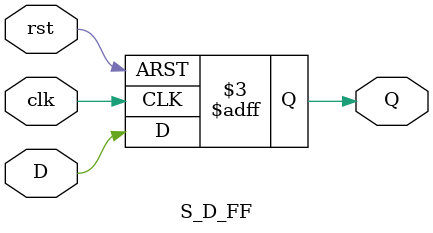
<source format=v>
`timescale 1ns/1ps

module ring_Counter(
  clk,
  rst,
  Q
);

  input clk,rst;
  output [3:0]Q;
  D_FF D1(Q[0],clk,rst,Q[1]);
  D_FF D2(Q[1],clk,rst,Q[2]);
  D_FF D3(Q[2],clk,rst,Q[3]);
  S_D_FF D4(Q[3],clk,rst,Q[0]);
endmodule


module D_FF(
  D,
  clk,
  rst,
  Q
);
input D,clk,rst;
output reg Q;

always @ (posedge clk,negedge rst)
begin 
  if (!rst)
  begin
    Q<=1'b0;
  end
  else
  Q<=D;
 
end
endmodule


module S_D_FF(
  D,
  clk,
  rst,
  Q
);
input D,clk,rst;
output reg Q;

always @ (posedge clk,negedge rst)
begin 
  if (!rst)
  begin
    Q<=1'b1;
  end
  else
  Q<=D;
end
endmodule
</source>
